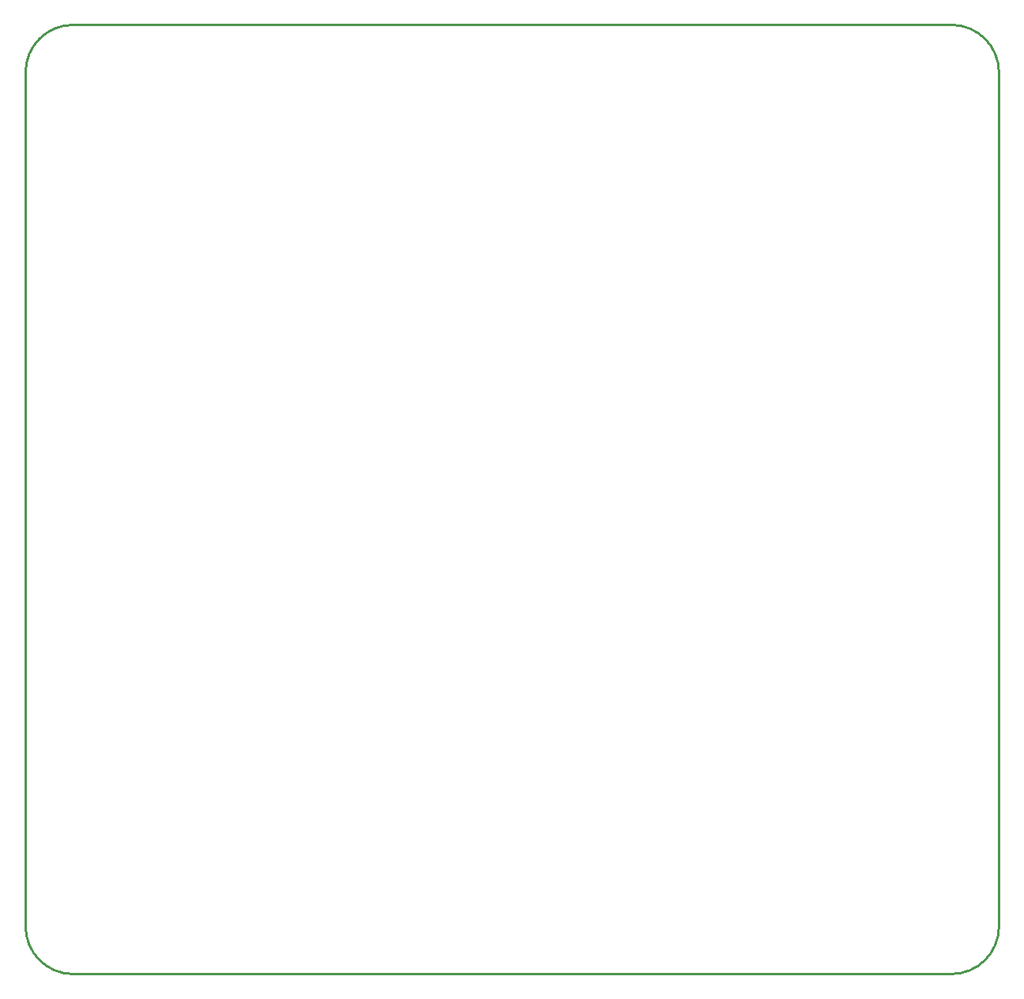
<source format=gm1>
%FSAX24Y24*%
%MOIN*%
G70*
G01*
G75*
G04 Layer_Color=16711935*
%ADD10O,0.0236X0.0866*%
%ADD11R,0.0866X0.0335*%
%ADD12R,0.1800X0.0900*%
%ADD13R,0.0433X0.0394*%
%ADD14R,0.0394X0.0433*%
%ADD15O,0.0177X0.0709*%
%ADD16O,0.0866X0.0236*%
%ADD17R,0.0512X0.0591*%
%ADD18R,0.0650X0.0236*%
%ADD19R,0.0236X0.0650*%
%ADD20R,0.0400X0.0600*%
%ADD21O,0.0709X0.0177*%
%ADD22C,0.0120*%
%ADD23C,0.0080*%
%ADD24C,0.0200*%
%ADD25C,0.0100*%
%ADD26C,0.0250*%
%ADD27C,0.0600*%
%ADD28R,0.0600X0.0600*%
%ADD29R,0.0650X0.0650*%
%ADD30C,0.0650*%
%ADD31R,0.0600X0.0600*%
%ADD32R,0.0650X0.0650*%
%ADD33C,0.2500*%
%ADD34C,0.0300*%
%ADD35C,0.0098*%
%ADD36C,0.0236*%
%ADD37C,0.0079*%
%ADD38C,0.0150*%
%ADD39C,0.0059*%
%ADD40R,0.2500X0.1600*%
%ADD41R,0.0748X0.1614*%
%ADD42R,0.1614X0.0748*%
%ADD43O,0.0316X0.0946*%
%ADD44R,0.0946X0.0415*%
%ADD45R,0.1880X0.0980*%
%ADD46R,0.0513X0.0474*%
%ADD47R,0.0474X0.0513*%
%ADD48O,0.0257X0.0789*%
%ADD49O,0.0946X0.0316*%
%ADD50R,0.0592X0.0671*%
%ADD51R,0.0730X0.0316*%
%ADD52R,0.0316X0.0730*%
%ADD53R,0.0480X0.0680*%
%ADD54O,0.0789X0.0257*%
%ADD55C,0.0680*%
%ADD56R,0.0680X0.0680*%
%ADD57R,0.0730X0.0730*%
%ADD58C,0.0730*%
%ADD59R,0.0680X0.0680*%
%ADD60R,0.0730X0.0730*%
%ADD61C,0.2580*%
%ADD62C,0.0380*%
D25*
X049000Y010000D02*
G03*
X051000Y012000I000000J002000D01*
G01*
X010000D02*
G03*
X012000Y010000I002000J000000D01*
G01*
Y050000D02*
G03*
X010000Y048000I000000J-002000D01*
G01*
X051000D02*
G03*
X049000Y050000I-002000J000000D01*
G01*
X012000Y010000D02*
X049000D01*
X051000Y012000D02*
Y048000D01*
X012000Y050000D02*
X049000D01*
X010000Y012000D02*
Y048000D01*
M02*

</source>
